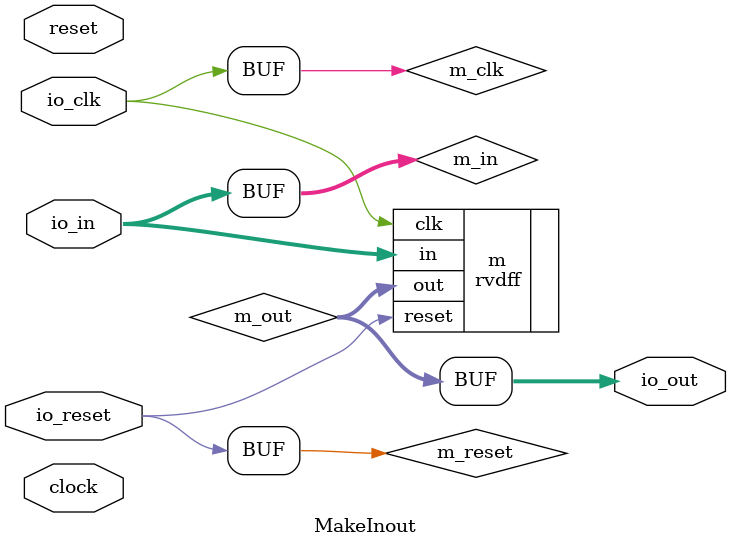
<source format=v>
module MakeInout(
  input         clock,
  input         reset,
  input  [15:0] io_in,
  input         io_clk,
  input         io_reset,
  output [15:0] io_out
);
  wire [15:0] m_in; // @[GCD.scala 40:17]
  wire  m_clk; // @[GCD.scala 40:17]
  wire  m_reset; // @[GCD.scala 40:17]
  wire [15:0] m_out; // @[GCD.scala 40:17]
  rvdff m ( // @[GCD.scala 40:17]
    .in(m_in),
    .clk(m_clk),
    .reset(m_reset),
    .out(m_out)
  );
  assign io_out = m_out; // @[GCD.scala 42:8]
  assign m_in = io_in; // @[GCD.scala 42:8]
  assign m_clk = io_clk; // @[GCD.scala 42:8]
  assign m_reset = io_reset; // @[GCD.scala 42:8]
endmodule

</source>
